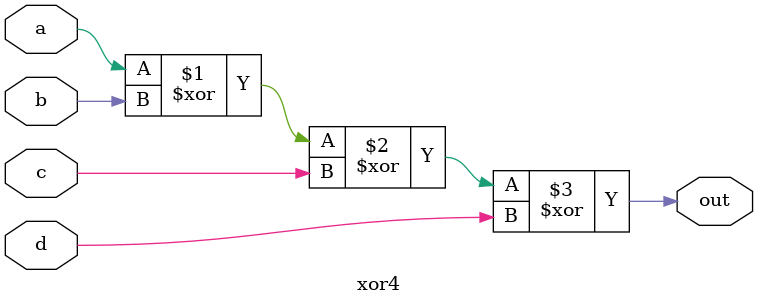
<source format=v>
`timescale 100fs/100fs
module xor4 (input a, input b, input c, input d, output out);
  assign out = a ^ b ^ c ^ d;
endmodule


</source>
